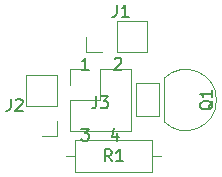
<source format=gto>
G04 #@! TF.GenerationSoftware,KiCad,Pcbnew,5.1.5+dfsg1-2build2*
G04 #@! TF.CreationDate,2022-04-02T17:49:34+02:00*
G04 #@! TF.ProjectId,rincePile,72696e63-6550-4696-9c65-2e6b69636164,rev?*
G04 #@! TF.SameCoordinates,Original*
G04 #@! TF.FileFunction,Legend,Top*
G04 #@! TF.FilePolarity,Positive*
%FSLAX46Y46*%
G04 Gerber Fmt 4.6, Leading zero omitted, Abs format (unit mm)*
G04 Created by KiCad (PCBNEW 5.1.5+dfsg1-2build2) date 2022-04-02 17:49:34*
%MOMM*%
%LPD*%
G04 APERTURE LIST*
%ADD10C,0.150000*%
%ADD11C,0.120000*%
G04 APERTURE END LIST*
D10*
X104440476Y14464285D02*
X104440476Y13797619D01*
X104202380Y14845238D02*
X103964285Y14130952D01*
X104583333Y14130952D01*
X101416666Y14797619D02*
X102035714Y14797619D01*
X101702380Y14416666D01*
X101845238Y14416666D01*
X101940476Y14369047D01*
X101988095Y14321428D01*
X102035714Y14226190D01*
X102035714Y13988095D01*
X101988095Y13892857D01*
X101940476Y13845238D01*
X101845238Y13797619D01*
X101559523Y13797619D01*
X101464285Y13845238D01*
X101416666Y13892857D01*
X104214285Y20702380D02*
X104261904Y20750000D01*
X104357142Y20797619D01*
X104595238Y20797619D01*
X104690476Y20750000D01*
X104738095Y20702380D01*
X104785714Y20607142D01*
X104785714Y20511904D01*
X104738095Y20369047D01*
X104166666Y19797619D01*
X104785714Y19797619D01*
X102035714Y19797619D02*
X101464285Y19797619D01*
X101750000Y19797619D02*
X101750000Y20797619D01*
X101654761Y20654761D01*
X101559523Y20559523D01*
X101464285Y20511904D01*
D11*
X99374000Y14164000D02*
X98044000Y14164000D01*
X99374000Y15494000D02*
X99374000Y14164000D01*
X99374000Y16764000D02*
X96714000Y16764000D01*
X96714000Y16764000D02*
X96714000Y19364000D01*
X99374000Y16764000D02*
X99374000Y19364000D01*
X99374000Y19364000D02*
X96714000Y19364000D01*
X101794000Y21276000D02*
X101794000Y22606000D01*
X103124000Y21276000D02*
X101794000Y21276000D01*
X104394000Y21276000D02*
X104394000Y23936000D01*
X104394000Y23936000D02*
X106994000Y23936000D01*
X104394000Y21276000D02*
X106994000Y21276000D01*
X106994000Y21276000D02*
X106994000Y23936000D01*
X108180000Y12500000D02*
X107410000Y12500000D01*
X100100000Y12500000D02*
X100870000Y12500000D01*
X107410000Y13870000D02*
X100870000Y13870000D01*
X107410000Y11130000D02*
X107410000Y13870000D01*
X100870000Y11130000D02*
X107410000Y11130000D01*
X100870000Y13870000D02*
X100870000Y11130000D01*
X108411522Y15391522D02*
G75*
G03X112850000Y17230000I1838478J1838478D01*
G01*
X108411522Y19068478D02*
G75*
G02X112850000Y17230000I1838478J-1838478D01*
G01*
X108400000Y19030000D02*
X108400000Y15430000D01*
X108000000Y18650000D02*
X108000000Y15850000D01*
X108000000Y15850000D02*
X106000000Y15850000D01*
X106000000Y15850000D02*
X106000000Y18650000D01*
X106000000Y18650000D02*
X108000000Y18650000D01*
X100420000Y19830000D02*
X101750000Y19830000D01*
X100420000Y18500000D02*
X100420000Y19830000D01*
X103020000Y19830000D02*
X105620000Y19830000D01*
X103020000Y17230000D02*
X103020000Y19830000D01*
X100420000Y17230000D02*
X103020000Y17230000D01*
X105620000Y19830000D02*
X105620000Y14630000D01*
X100420000Y17230000D02*
X100420000Y14630000D01*
X100420000Y14630000D02*
X105620000Y14630000D01*
D10*
X95424666Y17311619D02*
X95424666Y16597333D01*
X95377047Y16454476D01*
X95281809Y16359238D01*
X95138952Y16311619D01*
X95043714Y16311619D01*
X95853238Y17216380D02*
X95900857Y17264000D01*
X95996095Y17311619D01*
X96234190Y17311619D01*
X96329428Y17264000D01*
X96377047Y17216380D01*
X96424666Y17121142D01*
X96424666Y17025904D01*
X96377047Y16883047D01*
X95805619Y16311619D01*
X96424666Y16311619D01*
X104416666Y25297619D02*
X104416666Y24583333D01*
X104369047Y24440476D01*
X104273809Y24345238D01*
X104130952Y24297619D01*
X104035714Y24297619D01*
X105416666Y24297619D02*
X104845238Y24297619D01*
X105130952Y24297619D02*
X105130952Y25297619D01*
X105035714Y25154761D01*
X104940476Y25059523D01*
X104845238Y25011904D01*
X103973333Y12047619D02*
X103640000Y12523809D01*
X103401904Y12047619D02*
X103401904Y13047619D01*
X103782857Y13047619D01*
X103878095Y13000000D01*
X103925714Y12952380D01*
X103973333Y12857142D01*
X103973333Y12714285D01*
X103925714Y12619047D01*
X103878095Y12571428D01*
X103782857Y12523809D01*
X103401904Y12523809D01*
X104925714Y12047619D02*
X104354285Y12047619D01*
X104640000Y12047619D02*
X104640000Y13047619D01*
X104544761Y12904761D01*
X104449523Y12809523D01*
X104354285Y12761904D01*
X112547619Y17154761D02*
X112500000Y17059523D01*
X112404761Y16964285D01*
X112261904Y16821428D01*
X112214285Y16726190D01*
X112214285Y16630952D01*
X112452380Y16678571D02*
X112404761Y16583333D01*
X112309523Y16488095D01*
X112119047Y16440476D01*
X111785714Y16440476D01*
X111595238Y16488095D01*
X111500000Y16583333D01*
X111452380Y16678571D01*
X111452380Y16869047D01*
X111500000Y16964285D01*
X111595238Y17059523D01*
X111785714Y17107142D01*
X112119047Y17107142D01*
X112309523Y17059523D01*
X112404761Y16964285D01*
X112452380Y16869047D01*
X112452380Y16678571D01*
X112452380Y18059523D02*
X112452380Y17488095D01*
X112452380Y17773809D02*
X111452380Y17773809D01*
X111595238Y17678571D01*
X111690476Y17583333D01*
X111738095Y17488095D01*
X102666666Y17547619D02*
X102666666Y16833333D01*
X102619047Y16690476D01*
X102523809Y16595238D01*
X102380952Y16547619D01*
X102285714Y16547619D01*
X103047619Y17547619D02*
X103666666Y17547619D01*
X103333333Y17166666D01*
X103476190Y17166666D01*
X103571428Y17119047D01*
X103619047Y17071428D01*
X103666666Y16976190D01*
X103666666Y16738095D01*
X103619047Y16642857D01*
X103571428Y16595238D01*
X103476190Y16547619D01*
X103190476Y16547619D01*
X103095238Y16595238D01*
X103047619Y16642857D01*
M02*

</source>
